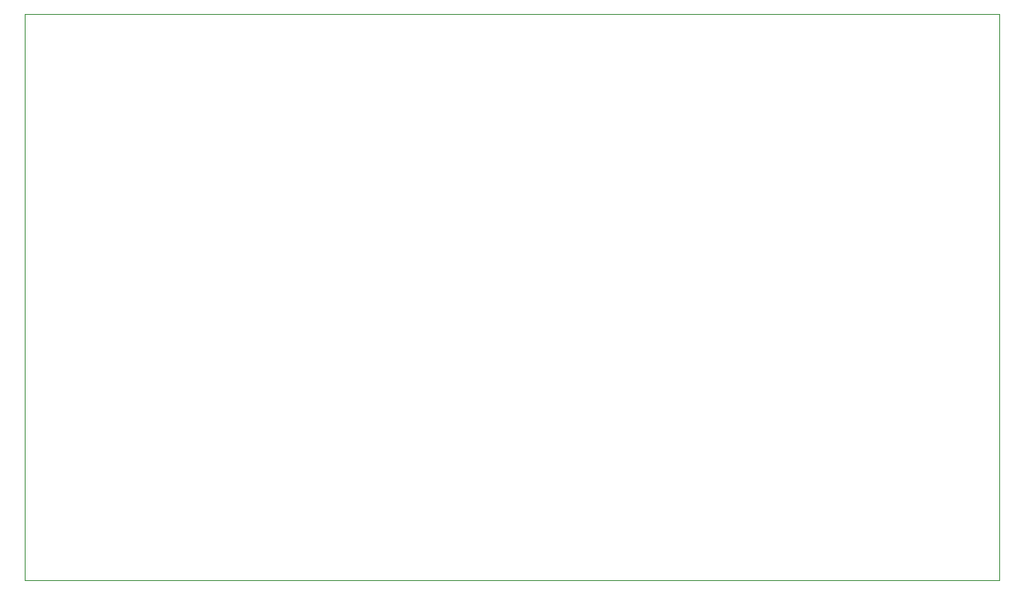
<source format=gbr>
%TF.GenerationSoftware,KiCad,Pcbnew,(6.0.2)*%
%TF.CreationDate,2022-03-10T00:26:05-05:00*%
%TF.ProjectId,tower,746f7765-722e-46b6-9963-61645f706362,rev?*%
%TF.SameCoordinates,Original*%
%TF.FileFunction,Profile,NP*%
%FSLAX46Y46*%
G04 Gerber Fmt 4.6, Leading zero omitted, Abs format (unit mm)*
G04 Created by KiCad (PCBNEW (6.0.2)) date 2022-03-10 00:26:05*
%MOMM*%
%LPD*%
G01*
G04 APERTURE LIST*
%TA.AperFunction,Profile*%
%ADD10C,0.100000*%
%TD*%
G04 APERTURE END LIST*
D10*
X203200000Y-114300000D02*
X203200000Y-56134000D01*
X103124000Y-56134000D02*
X103124000Y-114300000D01*
X203200000Y-56134000D02*
X103124000Y-56134000D01*
X103124000Y-114300000D02*
X203200000Y-114300000D01*
M02*

</source>
